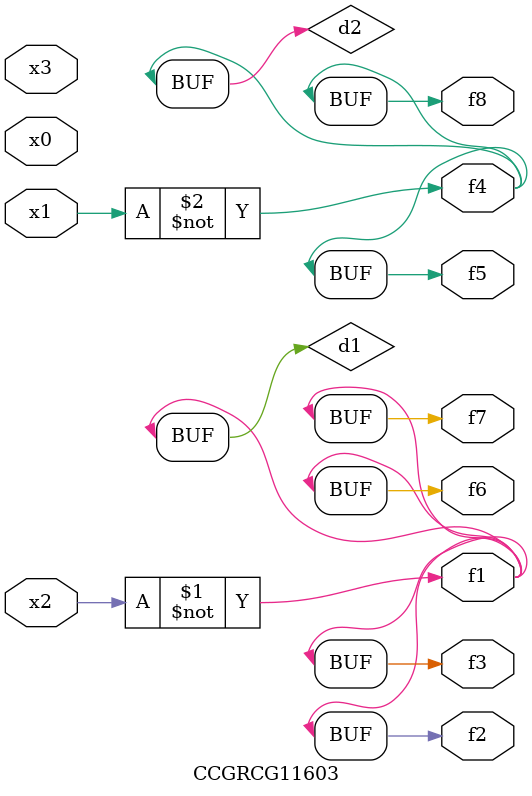
<source format=v>
module CCGRCG11603(
	input x0, x1, x2, x3,
	output f1, f2, f3, f4, f5, f6, f7, f8
);

	wire d1, d2;

	xnor (d1, x2);
	not (d2, x1);
	assign f1 = d1;
	assign f2 = d1;
	assign f3 = d1;
	assign f4 = d2;
	assign f5 = d2;
	assign f6 = d1;
	assign f7 = d1;
	assign f8 = d2;
endmodule

</source>
